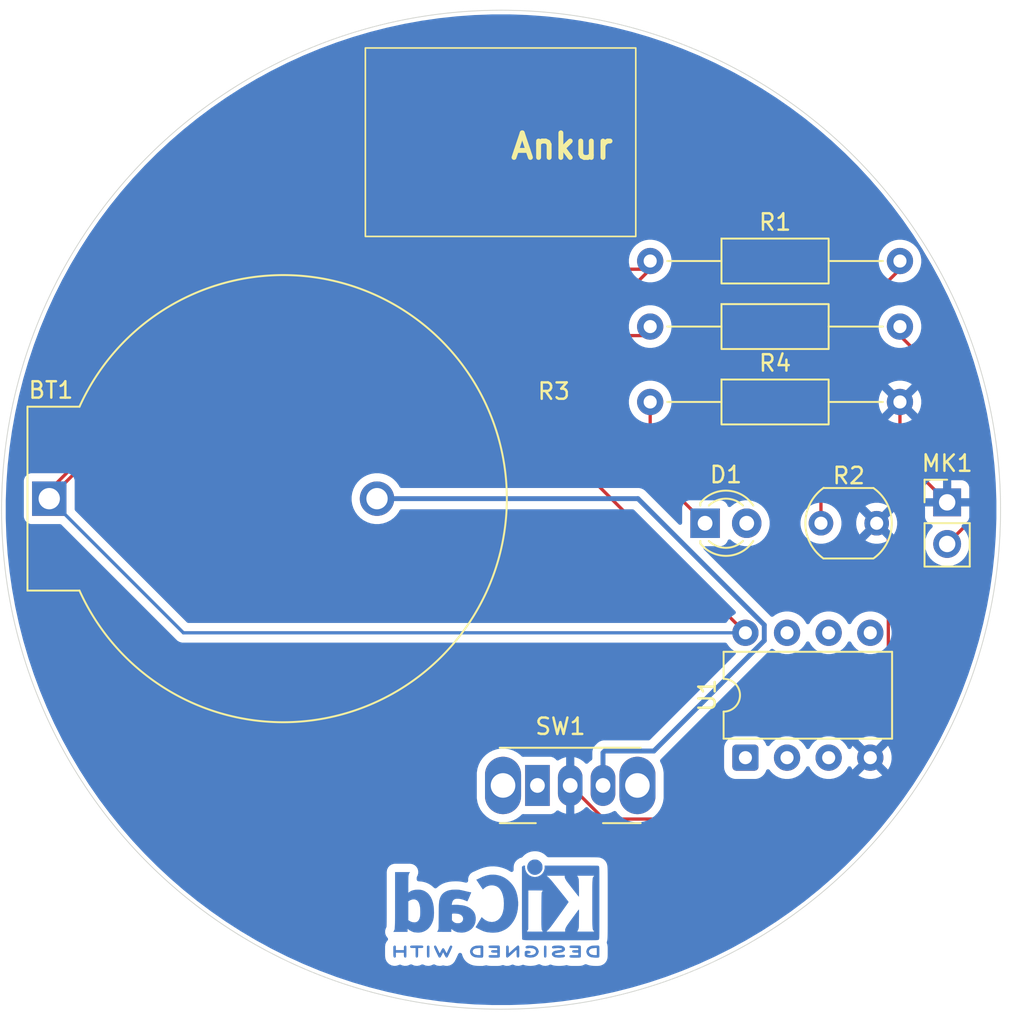
<source format=kicad_pcb>
(kicad_pcb (version 20241229) (generator "pcbnew") (generator_version "9.0")
  (layers (0 "F.Cu" signal) (2 "B.Cu" signal) (13 "F.Paste" user) (15 "B.Paste" user) (5 "F.SilkS" user "F.Silkscreen") (7 "B.SilkS" user "B.Silkscreen") (1 "F.Mask" user) (3 "B.Mask" user) (25 "Edge.Cuts" user))
  (net 0 "")
  (net 1 "+3.3V")
  (net 2 "Net-(BT1--)")
  (net 3 "Net-(D1-K)")
  (net 5 "Net-(MK1-+)")
  (net 6 "GND")
  (net 7 "Net-(R1-Pad2)")
  (net 9 "/MIC")
  (net 12 "/LDR")
  (net 13 "/LED")
  (net 14 "unconnected-(U1-AREF{slash}PB0-Pad5)")
  (footprint "Package_DIP:DIP-8_W7.62mm" (layer "F.Cu") (at 136.19 102.805 90)
    (property "Reference" "U1")
    (property "Value" "ATtiny85V-10P")
  )
  (footprint "Resistor_THT:R_Axial_DIN0207_L6.3mm_D2.5mm_P15.24mm_Horizontal" (layer "F.Cu") (at 130.38 76.5)
    (property "Reference" "R3")
    (property "Value" "R")
  )
  (footprint "LOGO" (layer "F.Cu") (at 119 65.5)
    (property "Reference" "Ankur")
    (property "Value" "LOGO" (hide yes))
  )
  (footprint "Connector_PinHeader_2.54mm:PinHeader_1x02_P2.54mm_Vertical" (layer "F.Cu") (at 148.5 87.225)
    (property "Reference" "MK1")
    (property "Value" "Microphone_Condenser")
  )
  (footprint "Button_Switch_THT:SW_Slide_SPDT_Angled_CK_OS102011MA1Q" (layer "F.Cu") (at 123.5 104.5)
    (property "Reference" "SW1")
    (property "Value" "SW_SPDT")
  )
  (footprint "LED_THT:LED_D3.0mm" (layer "F.Cu") (at 133.73 88.5)
    (property "Reference" "D1")
    (property "Value" "LED")
  )
  (footprint "Battery:BatteryHolder_ComfortableElectronic_CH273-2450_1x2450" (layer "F.Cu") (at 93.710914 87)
    (property "Reference" "BT1")
    (property "Value" "Battery_Cell")
  )
  (footprint "Resistor_THT:R_Axial_DIN0207_L6.3mm_D2.5mm_P15.24mm_Horizontal" (layer "F.Cu") (at 130.38 72.5)
    (property "Reference" "R1")
    (property "Value" "R")
  )
  (footprint "OptoDevice:R_LDR_5.1x4.3mm_P3.4mm_Vertical" (layer "F.Cu") (at 140.8 88.5)
    (property "Reference" "R2")
    (property "Value" "LDR07")
  )
  (footprint "Resistor_THT:R_Axial_DIN0207_L6.3mm_D2.5mm_P15.24mm_Horizontal" (layer "F.Cu") (at 130.38 81.1)
    (property "Reference" "R4")
    (property "Value" "R")
  )
  (footprint "Symbol:KiCad-Logo2_5mm_Copper" (layer "B.Cu") (at 121 112 180)
    (property "Reference" "REF**" (hide yes))
    (property "Value" "KiCad-Logo2_5mm_Copper" (hide yes))
  )
  (gr_rect (start 113 59.5) (end 129.5 71) (stroke (width 0.1)) (fill no) (layer "F.SilkS"))
  (gr_circle (center 121.28 87.675) (end 144.28 107.675) (stroke (width 0.05)) (fill no) (layer "Edge.Cuts"))
  (gr_text "OFF\n" (at 127 101 0) (layer "F.Cu") (effects (font (size 1.5 1.5) (thickness 0.3) (bold yes)) (justify left bottom)))
  (gr_text "ON\n" (at 120 101 0) (layer "F.Cu") (effects (font (size 1.5 1.5) (thickness 0.3) (bold yes)) (justify left bottom)))
  (segment (start 126.5 85.495) (end 136.19 95.185) (width 0.2) (layer "F.Cu") (net 1))
  (segment (start 93.710914 86.5) (end 105.746448 74.464466) (width 0.2) (layer "F.Cu") (net 1))
  (segment (start 93.710914 87) (end 102.196448 78.514466) (width 0.2) (layer "F.Cu") (net 1))
  (segment (start 130.38 73) (end 126.5 76.88) (width 0.2) (layer "F.Cu") (net 1))
  (segment (start 105.731982 77.05) (end 130.38 77.05) (width 0.2) (layer "F.Cu") (net 1))
  (segment (start 126.5 76.88) (end 126.5 85.495) (width 0.2) (layer "F.Cu") (net 1))
  (segment (start 109.281982 73) (end 130.38 73) (width 0.2) (layer "F.Cu") (net 1))
  (arc (start 105.746448 74.464466) (mid 107.368565 73.380602) (end 109.281982 73) (width 0.2) (layer "F.Cu") (net 1))
  (arc (start 102.196448 78.514466) (mid 103.818565 77.430602) (end 105.731982 77.05) (width 0.2) (layer "F.Cu") (net 1))
  (segment (start 93.710914 87) (end 101.895914 95.185) (width 0.2) (layer "B.Cu") (net 1))
  (segment (start 101.895914 95.185) (end 136.19 95.185) (width 0.2) (layer "B.Cu") (net 1))
  (segment (start 137.341 95.66176) (end 130.60376 102.399) (width 0.3) (layer "B.Cu") (net 2))
  (segment (start 113.710914 87) (end 129.63276 87) (width 0.3) (layer "B.Cu") (net 2))
  (segment (start 127.5 102.5) (end 127.5 104.5) (width 0.3) (layer "B.Cu") (net 2))
  (segment (start 113.710914 87.210914) (end 114 87.5) (width 0.3) (layer "B.Cu") (net 2))
  (segment (start 127.601 102.399) (end 127.5 102.5) (width 0.3) (layer "B.Cu") (net 2))
  (segment (start 114 87.5) (end 114 87) (width 0.3) (layer "B.Cu") (net 2))
  (segment (start 129.63276 87) (end 137.341 94.70824) (width 0.3) (layer "B.Cu") (net 2))
  (segment (start 137.341 94.70824) (end 137.341 95.66176) (width 0.3) (layer "B.Cu") (net 2))
  (segment (start 113.710914 87) (end 113.710914 87.210914) (width 0.3) (layer "B.Cu") (net 2))
  (segment (start 130.60376 102.399) (end 127.601 102.399) (width 0.3) (layer "B.Cu") (net 2))
  (segment (start 130.38 81.38) (end 130.5 81.5) (width 0.2) (layer "F.Cu") (net 3))
  (segment (start 130.38 81.1) (end 130.38 81.38) (width 0.2) (layer "F.Cu") (net 3))
  (segment (start 130.38 81.1) (end 130.38 85.15) (width 0.2) (layer "F.Cu") (net 3))
  (segment (start 130.38 85.15) (end 133.73 88.5) (width 0.2) (layer "F.Cu") (net 3))
  (segment (start 130.5 81.5) (end 130.5 81) (width 0.2) (layer "F.Cu") (net 3))
  (segment (start 150 88.265) (end 148.5 89.765) (width 0.2) (layer "F.Cu") (net 5))
  (segment (start 150 81.43) (end 150 88.265) (width 0.2) (layer "F.Cu") (net 5))
  (segment (start 145.62 77.05) (end 150 81.43) (width 0.2) (layer "F.Cu") (net 5))
  (segment (start 145.475 87.225) (end 148.5 87.225) (width 0.2) (layer "F.Cu") (net 6))
  (segment (start 145.62 81.1) (end 145.62 81.12) (width 0.2) (layer "F.Cu") (net 6))
  (segment (start 127.551 106.551) (end 125.5 104.5) (width 0.2) (layer "F.Cu") (net 6))
  (segment (start 145.62 84.345) (end 148.5 87.225) (width 0.2) (layer "F.Cu") (net 6))
  (segment (start 141.115 105.5) (end 143.81 102.805) (width 0.2) (layer "F.Cu") (net 6))
  (segment (start 144.911 89.211) (end 144.2 88.5) (width 0.2) (layer "F.Cu") (net 6))
  (segment (start 145.62 81.1) (end 145.9 81.1) (width 0.2) (layer "F.Cu") (net 6))
  (segment (start 145.62 81.12) (end 146 81.5) (width 0.2) (layer "F.Cu") (net 6))
  (segment (start 148.5 87.225) (end 148.5 87) (width 0.2) (layer "F.Cu") (net 6))
  (segment (start 144.2 88.5) (end 144 88.5) (width 0.2) (layer "F.Cu") (net 6))
  (segment (start 145.9 81.1) (end 146 81) (width 0.2) (layer "F.Cu") (net 6))
  (segment (start 144.2 88.5) (end 145.475 87.225) (width 0.2) (layer "F.Cu") (net 6))
  (segment (start 145.62 81.1) (end 145.62 84.345) (width 0.2) (layer "F.Cu") (net 6))
  (segment (start 143.81 102.805) (end 144.911 101.704) (width 0.2) (layer "F.Cu") (net 6))
  (segment (start 134.5 105.5) (end 141.115 105.5) (width 0.2) (layer "F.Cu") (net 6))
  (segment (start 133.449 106.551) (end 127.551 106.551) (width 0.2) (layer "F.Cu") (net 6))
  (segment (start 146 81) (end 145.5 81) (width 0.2) (layer "F.Cu") (net 6))
  (segment (start 144.911 101.704) (end 144.911 89.211) (width 0.2) (layer "F.Cu") (net 6))
  (segment (start 134.5 105.5) (end 133.449 106.551) (width 0.2) (layer "F.Cu") (net 6))
  (segment (start 145.62 73) (end 140.8 77.82) (width 0.2) (layer "F.Cu") (net 7))
  (segment (start 140.8 77.82) (end 140.8 88.5) (width 0.2) (layer "F.Cu") (net 7))
  (segment (start 138.73 95.185) (end 139.045 95.5) (width 0.6) (layer "F.Cu") (net 13))
  (segment (start 143.81 95.185) (end 143.81 95.19) (width 0.2) (layer "F.Cu") (net 14))
  (segment (start 143.81 95.19) (end 143.5 95.5) (width 0.2) (layer "F.Cu") (net 14))
  (zone (net 6) (net_name "GND") (layer "B.Cu") (connect_pads (clearance 0.5)) (min_thickness 0.25) (fill yes (thermal_gap 0.5) (thermal_bridge_width 0.5))
    (polygon (pts (xy 148.705327 71.072251) (xy 140.205327 62.572251) (xy 129.205327 58.072251) (xy 118.705327 56.572251) (xy 103.205327 61.572251) (xy 93.205327 73.572251) (xy 90.705327 81.572251) (xy 90.705327 93.572251) (xy 95.705327 105.072251) (xy 107.205327 117.572251) (xy 131.205327 119.072251) (xy 148.705327 105.572251) (xy 153.205327 88.572251) (xy 148.705327 71.572251) (xy 148.205327 71.072251)))
  )
)
</source>
